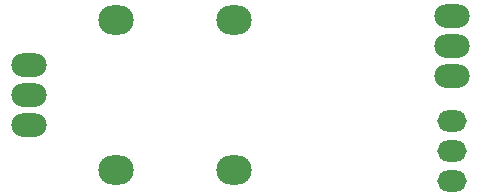
<source format=gbr>
%TF.GenerationSoftware,KiCad,Pcbnew,8.0.3*%
%TF.CreationDate,2024-08-14T19:55:25+03:00*%
%TF.ProjectId,limit_switch,6c696d69-745f-4737-9769-7463682e6b69,rev?*%
%TF.SameCoordinates,PX6ce2448PY49658d0*%
%TF.FileFunction,Soldermask,Bot*%
%TF.FilePolarity,Negative*%
%FSLAX46Y46*%
G04 Gerber Fmt 4.6, Leading zero omitted, Abs format (unit mm)*
G04 Created by KiCad (PCBNEW 8.0.3) date 2024-08-14 19:55:25*
%MOMM*%
%LPD*%
G01*
G04 APERTURE LIST*
%ADD10O,3.000000X2.000000*%
%ADD11O,3.000000X2.500000*%
%ADD12O,2.500000X1.800000*%
G04 APERTURE END LIST*
D10*
%TO.C,J2*%
X2413000Y-8382000D03*
X2413000Y-10922000D03*
X2413000Y-13462000D03*
%TD*%
D11*
%TO.C,T1*%
X19779000Y-17272000D03*
X19779000Y-4572000D03*
X9779000Y-4572000D03*
X9779000Y-17272000D03*
%TD*%
D10*
%TO.C,J1*%
X38227000Y-4258000D03*
X38227000Y-6798000D03*
X38227000Y-9338000D03*
%TD*%
D12*
%TO.C,R5*%
X38227000Y-18161000D03*
X38227000Y-15621000D03*
X38227000Y-13081000D03*
%TD*%
M02*

</source>
